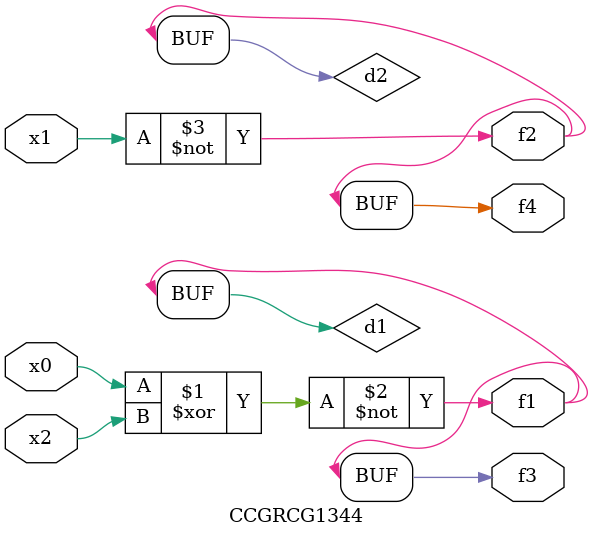
<source format=v>
module CCGRCG1344(
	input x0, x1, x2,
	output f1, f2, f3, f4
);

	wire d1, d2, d3;

	xnor (d1, x0, x2);
	nand (d2, x1);
	nor (d3, x1, x2);
	assign f1 = d1;
	assign f2 = d2;
	assign f3 = d1;
	assign f4 = d2;
endmodule

</source>
